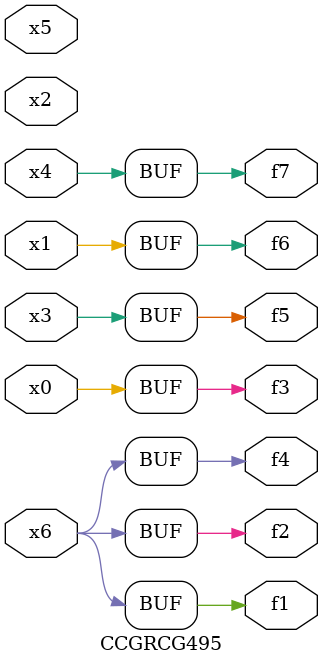
<source format=v>
module CCGRCG495(
	input x0, x1, x2, x3, x4, x5, x6,
	output f1, f2, f3, f4, f5, f6, f7
);
	assign f1 = x6;
	assign f2 = x6;
	assign f3 = x0;
	assign f4 = x6;
	assign f5 = x3;
	assign f6 = x1;
	assign f7 = x4;
endmodule

</source>
